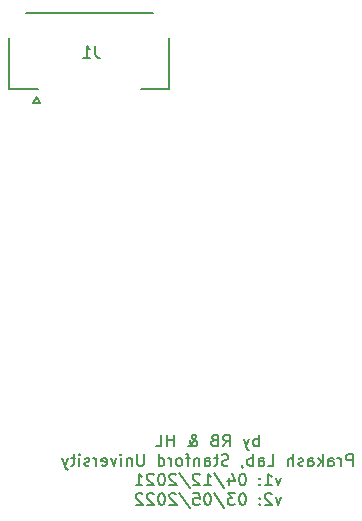
<source format=gbr>
G04 #@! TF.GenerationSoftware,KiCad,Pcbnew,(5.1.9-0-10_14)*
G04 #@! TF.CreationDate,2022-03-05T13:35:39-08:00*
G04 #@! TF.ProjectId,LED_array,4c45445f-6172-4726-9179-2e6b69636164,rev?*
G04 #@! TF.SameCoordinates,Original*
G04 #@! TF.FileFunction,Legend,Bot*
G04 #@! TF.FilePolarity,Positive*
%FSLAX46Y46*%
G04 Gerber Fmt 4.6, Leading zero omitted, Abs format (unit mm)*
G04 Created by KiCad (PCBNEW (5.1.9-0-10_14)) date 2022-03-05 13:35:39*
%MOMM*%
%LPD*%
G01*
G04 APERTURE LIST*
%ADD10C,0.150000*%
%ADD11C,0.127000*%
%ADD12C,0.200000*%
G04 APERTURE END LIST*
D10*
X64085714Y-58077380D02*
X64085714Y-57077380D01*
X64085714Y-57458333D02*
X63990476Y-57410714D01*
X63800000Y-57410714D01*
X63704761Y-57458333D01*
X63657142Y-57505952D01*
X63609523Y-57601190D01*
X63609523Y-57886904D01*
X63657142Y-57982142D01*
X63704761Y-58029761D01*
X63800000Y-58077380D01*
X63990476Y-58077380D01*
X64085714Y-58029761D01*
X63276190Y-57410714D02*
X63038095Y-58077380D01*
X62800000Y-57410714D02*
X63038095Y-58077380D01*
X63133333Y-58315476D01*
X63180952Y-58363095D01*
X63276190Y-58410714D01*
X61085714Y-58077380D02*
X61419047Y-57601190D01*
X61657142Y-58077380D02*
X61657142Y-57077380D01*
X61276190Y-57077380D01*
X61180952Y-57125000D01*
X61133333Y-57172619D01*
X61085714Y-57267857D01*
X61085714Y-57410714D01*
X61133333Y-57505952D01*
X61180952Y-57553571D01*
X61276190Y-57601190D01*
X61657142Y-57601190D01*
X60323809Y-57553571D02*
X60180952Y-57601190D01*
X60133333Y-57648809D01*
X60085714Y-57744047D01*
X60085714Y-57886904D01*
X60133333Y-57982142D01*
X60180952Y-58029761D01*
X60276190Y-58077380D01*
X60657142Y-58077380D01*
X60657142Y-57077380D01*
X60323809Y-57077380D01*
X60228571Y-57125000D01*
X60180952Y-57172619D01*
X60133333Y-57267857D01*
X60133333Y-57363095D01*
X60180952Y-57458333D01*
X60228571Y-57505952D01*
X60323809Y-57553571D01*
X60657142Y-57553571D01*
X58085714Y-58077380D02*
X58133333Y-58077380D01*
X58228571Y-58029761D01*
X58371428Y-57886904D01*
X58609523Y-57601190D01*
X58704761Y-57458333D01*
X58752380Y-57315476D01*
X58752380Y-57220238D01*
X58704761Y-57125000D01*
X58609523Y-57077380D01*
X58561904Y-57077380D01*
X58466666Y-57125000D01*
X58419047Y-57220238D01*
X58419047Y-57267857D01*
X58466666Y-57363095D01*
X58514285Y-57410714D01*
X58800000Y-57601190D01*
X58847619Y-57648809D01*
X58895238Y-57744047D01*
X58895238Y-57886904D01*
X58847619Y-57982142D01*
X58800000Y-58029761D01*
X58704761Y-58077380D01*
X58561904Y-58077380D01*
X58466666Y-58029761D01*
X58419047Y-57982142D01*
X58276190Y-57791666D01*
X58228571Y-57648809D01*
X58228571Y-57553571D01*
X56895238Y-58077380D02*
X56895238Y-57077380D01*
X56895238Y-57553571D02*
X56323809Y-57553571D01*
X56323809Y-58077380D02*
X56323809Y-57077380D01*
X55371428Y-58077380D02*
X55847619Y-58077380D01*
X55847619Y-57077380D01*
X72038095Y-59727380D02*
X72038095Y-58727380D01*
X71657142Y-58727380D01*
X71561904Y-58775000D01*
X71514285Y-58822619D01*
X71466666Y-58917857D01*
X71466666Y-59060714D01*
X71514285Y-59155952D01*
X71561904Y-59203571D01*
X71657142Y-59251190D01*
X72038095Y-59251190D01*
X71038095Y-59727380D02*
X71038095Y-59060714D01*
X71038095Y-59251190D02*
X70990476Y-59155952D01*
X70942857Y-59108333D01*
X70847619Y-59060714D01*
X70752380Y-59060714D01*
X69990476Y-59727380D02*
X69990476Y-59203571D01*
X70038095Y-59108333D01*
X70133333Y-59060714D01*
X70323809Y-59060714D01*
X70419047Y-59108333D01*
X69990476Y-59679761D02*
X70085714Y-59727380D01*
X70323809Y-59727380D01*
X70419047Y-59679761D01*
X70466666Y-59584523D01*
X70466666Y-59489285D01*
X70419047Y-59394047D01*
X70323809Y-59346428D01*
X70085714Y-59346428D01*
X69990476Y-59298809D01*
X69514285Y-59727380D02*
X69514285Y-58727380D01*
X69419047Y-59346428D02*
X69133333Y-59727380D01*
X69133333Y-59060714D02*
X69514285Y-59441666D01*
X68276190Y-59727380D02*
X68276190Y-59203571D01*
X68323809Y-59108333D01*
X68419047Y-59060714D01*
X68609523Y-59060714D01*
X68704761Y-59108333D01*
X68276190Y-59679761D02*
X68371428Y-59727380D01*
X68609523Y-59727380D01*
X68704761Y-59679761D01*
X68752380Y-59584523D01*
X68752380Y-59489285D01*
X68704761Y-59394047D01*
X68609523Y-59346428D01*
X68371428Y-59346428D01*
X68276190Y-59298809D01*
X67847619Y-59679761D02*
X67752380Y-59727380D01*
X67561904Y-59727380D01*
X67466666Y-59679761D01*
X67419047Y-59584523D01*
X67419047Y-59536904D01*
X67466666Y-59441666D01*
X67561904Y-59394047D01*
X67704761Y-59394047D01*
X67800000Y-59346428D01*
X67847619Y-59251190D01*
X67847619Y-59203571D01*
X67800000Y-59108333D01*
X67704761Y-59060714D01*
X67561904Y-59060714D01*
X67466666Y-59108333D01*
X66990476Y-59727380D02*
X66990476Y-58727380D01*
X66561904Y-59727380D02*
X66561904Y-59203571D01*
X66609523Y-59108333D01*
X66704761Y-59060714D01*
X66847619Y-59060714D01*
X66942857Y-59108333D01*
X66990476Y-59155952D01*
X64847619Y-59727380D02*
X65323809Y-59727380D01*
X65323809Y-58727380D01*
X64085714Y-59727380D02*
X64085714Y-59203571D01*
X64133333Y-59108333D01*
X64228571Y-59060714D01*
X64419047Y-59060714D01*
X64514285Y-59108333D01*
X64085714Y-59679761D02*
X64180952Y-59727380D01*
X64419047Y-59727380D01*
X64514285Y-59679761D01*
X64561904Y-59584523D01*
X64561904Y-59489285D01*
X64514285Y-59394047D01*
X64419047Y-59346428D01*
X64180952Y-59346428D01*
X64085714Y-59298809D01*
X63609523Y-59727380D02*
X63609523Y-58727380D01*
X63609523Y-59108333D02*
X63514285Y-59060714D01*
X63323809Y-59060714D01*
X63228571Y-59108333D01*
X63180952Y-59155952D01*
X63133333Y-59251190D01*
X63133333Y-59536904D01*
X63180952Y-59632142D01*
X63228571Y-59679761D01*
X63323809Y-59727380D01*
X63514285Y-59727380D01*
X63609523Y-59679761D01*
X62657142Y-59679761D02*
X62657142Y-59727380D01*
X62704761Y-59822619D01*
X62752380Y-59870238D01*
X61514285Y-59679761D02*
X61371428Y-59727380D01*
X61133333Y-59727380D01*
X61038095Y-59679761D01*
X60990476Y-59632142D01*
X60942857Y-59536904D01*
X60942857Y-59441666D01*
X60990476Y-59346428D01*
X61038095Y-59298809D01*
X61133333Y-59251190D01*
X61323809Y-59203571D01*
X61419047Y-59155952D01*
X61466666Y-59108333D01*
X61514285Y-59013095D01*
X61514285Y-58917857D01*
X61466666Y-58822619D01*
X61419047Y-58775000D01*
X61323809Y-58727380D01*
X61085714Y-58727380D01*
X60942857Y-58775000D01*
X60657142Y-59060714D02*
X60276190Y-59060714D01*
X60514285Y-58727380D02*
X60514285Y-59584523D01*
X60466666Y-59679761D01*
X60371428Y-59727380D01*
X60276190Y-59727380D01*
X59514285Y-59727380D02*
X59514285Y-59203571D01*
X59561904Y-59108333D01*
X59657142Y-59060714D01*
X59847619Y-59060714D01*
X59942857Y-59108333D01*
X59514285Y-59679761D02*
X59609523Y-59727380D01*
X59847619Y-59727380D01*
X59942857Y-59679761D01*
X59990476Y-59584523D01*
X59990476Y-59489285D01*
X59942857Y-59394047D01*
X59847619Y-59346428D01*
X59609523Y-59346428D01*
X59514285Y-59298809D01*
X59038095Y-59060714D02*
X59038095Y-59727380D01*
X59038095Y-59155952D02*
X58990476Y-59108333D01*
X58895238Y-59060714D01*
X58752380Y-59060714D01*
X58657142Y-59108333D01*
X58609523Y-59203571D01*
X58609523Y-59727380D01*
X58276190Y-59060714D02*
X57895238Y-59060714D01*
X58133333Y-59727380D02*
X58133333Y-58870238D01*
X58085714Y-58775000D01*
X57990476Y-58727380D01*
X57895238Y-58727380D01*
X57419047Y-59727380D02*
X57514285Y-59679761D01*
X57561904Y-59632142D01*
X57609523Y-59536904D01*
X57609523Y-59251190D01*
X57561904Y-59155952D01*
X57514285Y-59108333D01*
X57419047Y-59060714D01*
X57276190Y-59060714D01*
X57180952Y-59108333D01*
X57133333Y-59155952D01*
X57085714Y-59251190D01*
X57085714Y-59536904D01*
X57133333Y-59632142D01*
X57180952Y-59679761D01*
X57276190Y-59727380D01*
X57419047Y-59727380D01*
X56657142Y-59727380D02*
X56657142Y-59060714D01*
X56657142Y-59251190D02*
X56609523Y-59155952D01*
X56561904Y-59108333D01*
X56466666Y-59060714D01*
X56371428Y-59060714D01*
X55609523Y-59727380D02*
X55609523Y-58727380D01*
X55609523Y-59679761D02*
X55704761Y-59727380D01*
X55895238Y-59727380D01*
X55990476Y-59679761D01*
X56038095Y-59632142D01*
X56085714Y-59536904D01*
X56085714Y-59251190D01*
X56038095Y-59155952D01*
X55990476Y-59108333D01*
X55895238Y-59060714D01*
X55704761Y-59060714D01*
X55609523Y-59108333D01*
X54371428Y-58727380D02*
X54371428Y-59536904D01*
X54323809Y-59632142D01*
X54276190Y-59679761D01*
X54180952Y-59727380D01*
X53990476Y-59727380D01*
X53895238Y-59679761D01*
X53847619Y-59632142D01*
X53800000Y-59536904D01*
X53800000Y-58727380D01*
X53323809Y-59060714D02*
X53323809Y-59727380D01*
X53323809Y-59155952D02*
X53276190Y-59108333D01*
X53180952Y-59060714D01*
X53038095Y-59060714D01*
X52942857Y-59108333D01*
X52895238Y-59203571D01*
X52895238Y-59727380D01*
X52419047Y-59727380D02*
X52419047Y-59060714D01*
X52419047Y-58727380D02*
X52466666Y-58775000D01*
X52419047Y-58822619D01*
X52371428Y-58775000D01*
X52419047Y-58727380D01*
X52419047Y-58822619D01*
X52038095Y-59060714D02*
X51800000Y-59727380D01*
X51561904Y-59060714D01*
X50800000Y-59679761D02*
X50895238Y-59727380D01*
X51085714Y-59727380D01*
X51180952Y-59679761D01*
X51228571Y-59584523D01*
X51228571Y-59203571D01*
X51180952Y-59108333D01*
X51085714Y-59060714D01*
X50895238Y-59060714D01*
X50800000Y-59108333D01*
X50752380Y-59203571D01*
X50752380Y-59298809D01*
X51228571Y-59394047D01*
X50323809Y-59727380D02*
X50323809Y-59060714D01*
X50323809Y-59251190D02*
X50276190Y-59155952D01*
X50228571Y-59108333D01*
X50133333Y-59060714D01*
X50038095Y-59060714D01*
X49752380Y-59679761D02*
X49657142Y-59727380D01*
X49466666Y-59727380D01*
X49371428Y-59679761D01*
X49323809Y-59584523D01*
X49323809Y-59536904D01*
X49371428Y-59441666D01*
X49466666Y-59394047D01*
X49609523Y-59394047D01*
X49704761Y-59346428D01*
X49752380Y-59251190D01*
X49752380Y-59203571D01*
X49704761Y-59108333D01*
X49609523Y-59060714D01*
X49466666Y-59060714D01*
X49371428Y-59108333D01*
X48895238Y-59727380D02*
X48895238Y-59060714D01*
X48895238Y-58727380D02*
X48942857Y-58775000D01*
X48895238Y-58822619D01*
X48847619Y-58775000D01*
X48895238Y-58727380D01*
X48895238Y-58822619D01*
X48561904Y-59060714D02*
X48180952Y-59060714D01*
X48419047Y-58727380D02*
X48419047Y-59584523D01*
X48371428Y-59679761D01*
X48276190Y-59727380D01*
X48180952Y-59727380D01*
X47942857Y-59060714D02*
X47704761Y-59727380D01*
X47466666Y-59060714D02*
X47704761Y-59727380D01*
X47800000Y-59965476D01*
X47847619Y-60013095D01*
X47942857Y-60060714D01*
X65990476Y-60710714D02*
X65752380Y-61377380D01*
X65514285Y-60710714D01*
X64609523Y-61377380D02*
X65180952Y-61377380D01*
X64895238Y-61377380D02*
X64895238Y-60377380D01*
X64990476Y-60520238D01*
X65085714Y-60615476D01*
X65180952Y-60663095D01*
X64180952Y-61282142D02*
X64133333Y-61329761D01*
X64180952Y-61377380D01*
X64228571Y-61329761D01*
X64180952Y-61282142D01*
X64180952Y-61377380D01*
X64180952Y-60758333D02*
X64133333Y-60805952D01*
X64180952Y-60853571D01*
X64228571Y-60805952D01*
X64180952Y-60758333D01*
X64180952Y-60853571D01*
X62752380Y-60377380D02*
X62657142Y-60377380D01*
X62561904Y-60425000D01*
X62514285Y-60472619D01*
X62466666Y-60567857D01*
X62419047Y-60758333D01*
X62419047Y-60996428D01*
X62466666Y-61186904D01*
X62514285Y-61282142D01*
X62561904Y-61329761D01*
X62657142Y-61377380D01*
X62752380Y-61377380D01*
X62847619Y-61329761D01*
X62895238Y-61282142D01*
X62942857Y-61186904D01*
X62990476Y-60996428D01*
X62990476Y-60758333D01*
X62942857Y-60567857D01*
X62895238Y-60472619D01*
X62847619Y-60425000D01*
X62752380Y-60377380D01*
X61561904Y-60710714D02*
X61561904Y-61377380D01*
X61800000Y-60329761D02*
X62038095Y-61044047D01*
X61419047Y-61044047D01*
X60323809Y-60329761D02*
X61180952Y-61615476D01*
X59466666Y-61377380D02*
X60038095Y-61377380D01*
X59752380Y-61377380D02*
X59752380Y-60377380D01*
X59847619Y-60520238D01*
X59942857Y-60615476D01*
X60038095Y-60663095D01*
X59085714Y-60472619D02*
X59038095Y-60425000D01*
X58942857Y-60377380D01*
X58704761Y-60377380D01*
X58609523Y-60425000D01*
X58561904Y-60472619D01*
X58514285Y-60567857D01*
X58514285Y-60663095D01*
X58561904Y-60805952D01*
X59133333Y-61377380D01*
X58514285Y-61377380D01*
X57371428Y-60329761D02*
X58228571Y-61615476D01*
X57085714Y-60472619D02*
X57038095Y-60425000D01*
X56942857Y-60377380D01*
X56704761Y-60377380D01*
X56609523Y-60425000D01*
X56561904Y-60472619D01*
X56514285Y-60567857D01*
X56514285Y-60663095D01*
X56561904Y-60805952D01*
X57133333Y-61377380D01*
X56514285Y-61377380D01*
X55895238Y-60377380D02*
X55800000Y-60377380D01*
X55704761Y-60425000D01*
X55657142Y-60472619D01*
X55609523Y-60567857D01*
X55561904Y-60758333D01*
X55561904Y-60996428D01*
X55609523Y-61186904D01*
X55657142Y-61282142D01*
X55704761Y-61329761D01*
X55800000Y-61377380D01*
X55895238Y-61377380D01*
X55990476Y-61329761D01*
X56038095Y-61282142D01*
X56085714Y-61186904D01*
X56133333Y-60996428D01*
X56133333Y-60758333D01*
X56085714Y-60567857D01*
X56038095Y-60472619D01*
X55990476Y-60425000D01*
X55895238Y-60377380D01*
X55180952Y-60472619D02*
X55133333Y-60425000D01*
X55038095Y-60377380D01*
X54800000Y-60377380D01*
X54704761Y-60425000D01*
X54657142Y-60472619D01*
X54609523Y-60567857D01*
X54609523Y-60663095D01*
X54657142Y-60805952D01*
X55228571Y-61377380D01*
X54609523Y-61377380D01*
X53657142Y-61377380D02*
X54228571Y-61377380D01*
X53942857Y-61377380D02*
X53942857Y-60377380D01*
X54038095Y-60520238D01*
X54133333Y-60615476D01*
X54228571Y-60663095D01*
X65990476Y-62360714D02*
X65752380Y-63027380D01*
X65514285Y-62360714D01*
X65180952Y-62122619D02*
X65133333Y-62075000D01*
X65038095Y-62027380D01*
X64800000Y-62027380D01*
X64704761Y-62075000D01*
X64657142Y-62122619D01*
X64609523Y-62217857D01*
X64609523Y-62313095D01*
X64657142Y-62455952D01*
X65228571Y-63027380D01*
X64609523Y-63027380D01*
X64180952Y-62932142D02*
X64133333Y-62979761D01*
X64180952Y-63027380D01*
X64228571Y-62979761D01*
X64180952Y-62932142D01*
X64180952Y-63027380D01*
X64180952Y-62408333D02*
X64133333Y-62455952D01*
X64180952Y-62503571D01*
X64228571Y-62455952D01*
X64180952Y-62408333D01*
X64180952Y-62503571D01*
X62752380Y-62027380D02*
X62657142Y-62027380D01*
X62561904Y-62075000D01*
X62514285Y-62122619D01*
X62466666Y-62217857D01*
X62419047Y-62408333D01*
X62419047Y-62646428D01*
X62466666Y-62836904D01*
X62514285Y-62932142D01*
X62561904Y-62979761D01*
X62657142Y-63027380D01*
X62752380Y-63027380D01*
X62847619Y-62979761D01*
X62895238Y-62932142D01*
X62942857Y-62836904D01*
X62990476Y-62646428D01*
X62990476Y-62408333D01*
X62942857Y-62217857D01*
X62895238Y-62122619D01*
X62847619Y-62075000D01*
X62752380Y-62027380D01*
X62085714Y-62027380D02*
X61466666Y-62027380D01*
X61800000Y-62408333D01*
X61657142Y-62408333D01*
X61561904Y-62455952D01*
X61514285Y-62503571D01*
X61466666Y-62598809D01*
X61466666Y-62836904D01*
X61514285Y-62932142D01*
X61561904Y-62979761D01*
X61657142Y-63027380D01*
X61942857Y-63027380D01*
X62038095Y-62979761D01*
X62085714Y-62932142D01*
X60323809Y-61979761D02*
X61180952Y-63265476D01*
X59800000Y-62027380D02*
X59704761Y-62027380D01*
X59609523Y-62075000D01*
X59561904Y-62122619D01*
X59514285Y-62217857D01*
X59466666Y-62408333D01*
X59466666Y-62646428D01*
X59514285Y-62836904D01*
X59561904Y-62932142D01*
X59609523Y-62979761D01*
X59704761Y-63027380D01*
X59800000Y-63027380D01*
X59895238Y-62979761D01*
X59942857Y-62932142D01*
X59990476Y-62836904D01*
X60038095Y-62646428D01*
X60038095Y-62408333D01*
X59990476Y-62217857D01*
X59942857Y-62122619D01*
X59895238Y-62075000D01*
X59800000Y-62027380D01*
X58561904Y-62027380D02*
X59038095Y-62027380D01*
X59085714Y-62503571D01*
X59038095Y-62455952D01*
X58942857Y-62408333D01*
X58704761Y-62408333D01*
X58609523Y-62455952D01*
X58561904Y-62503571D01*
X58514285Y-62598809D01*
X58514285Y-62836904D01*
X58561904Y-62932142D01*
X58609523Y-62979761D01*
X58704761Y-63027380D01*
X58942857Y-63027380D01*
X59038095Y-62979761D01*
X59085714Y-62932142D01*
X57371428Y-61979761D02*
X58228571Y-63265476D01*
X57085714Y-62122619D02*
X57038095Y-62075000D01*
X56942857Y-62027380D01*
X56704761Y-62027380D01*
X56609523Y-62075000D01*
X56561904Y-62122619D01*
X56514285Y-62217857D01*
X56514285Y-62313095D01*
X56561904Y-62455952D01*
X57133333Y-63027380D01*
X56514285Y-63027380D01*
X55895238Y-62027380D02*
X55800000Y-62027380D01*
X55704761Y-62075000D01*
X55657142Y-62122619D01*
X55609523Y-62217857D01*
X55561904Y-62408333D01*
X55561904Y-62646428D01*
X55609523Y-62836904D01*
X55657142Y-62932142D01*
X55704761Y-62979761D01*
X55800000Y-63027380D01*
X55895238Y-63027380D01*
X55990476Y-62979761D01*
X56038095Y-62932142D01*
X56085714Y-62836904D01*
X56133333Y-62646428D01*
X56133333Y-62408333D01*
X56085714Y-62217857D01*
X56038095Y-62122619D01*
X55990476Y-62075000D01*
X55895238Y-62027380D01*
X55180952Y-62122619D02*
X55133333Y-62075000D01*
X55038095Y-62027380D01*
X54800000Y-62027380D01*
X54704761Y-62075000D01*
X54657142Y-62122619D01*
X54609523Y-62217857D01*
X54609523Y-62313095D01*
X54657142Y-62455952D01*
X55228571Y-63027380D01*
X54609523Y-63027380D01*
X54228571Y-62122619D02*
X54180952Y-62075000D01*
X54085714Y-62027380D01*
X53847619Y-62027380D01*
X53752380Y-62075000D01*
X53704761Y-62122619D01*
X53657142Y-62217857D01*
X53657142Y-62313095D01*
X53704761Y-62455952D01*
X54276190Y-63027380D01*
X53657142Y-63027380D01*
D11*
X54120000Y-27850000D02*
X56525000Y-27850000D01*
X42975000Y-27850000D02*
X45380000Y-27850000D01*
X44340000Y-21410000D02*
X55160000Y-21410000D01*
X42975000Y-23530000D02*
X42975000Y-27850000D01*
X56525000Y-27850000D02*
X56525000Y-23530000D01*
X45000000Y-29000000D02*
X45600000Y-29000000D01*
X45600000Y-29000000D02*
X45300000Y-28500000D01*
X45300000Y-28500000D02*
X45000000Y-29000000D01*
D12*
X50233333Y-24152380D02*
X50233333Y-24866666D01*
X50280952Y-25009523D01*
X50376190Y-25104761D01*
X50519047Y-25152380D01*
X50614285Y-25152380D01*
X49233333Y-25152380D02*
X49804761Y-25152380D01*
X49519047Y-25152380D02*
X49519047Y-24152380D01*
X49614285Y-24295238D01*
X49709523Y-24390476D01*
X49804761Y-24438095D01*
M02*

</source>
